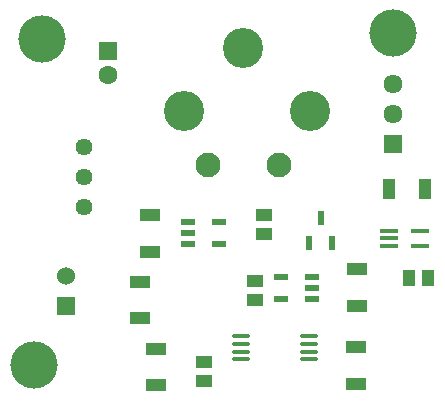
<source format=gbr>
%TF.GenerationSoftware,KiCad,Pcbnew,8.0.0*%
%TF.CreationDate,2024-04-17T17:35:18+02:00*%
%TF.ProjectId,Discharge Controller,44697363-6861-4726-9765-20436f6e7472,rev?*%
%TF.SameCoordinates,Original*%
%TF.FileFunction,Soldermask,Top*%
%TF.FilePolarity,Negative*%
%FSLAX46Y46*%
G04 Gerber Fmt 4.6, Leading zero omitted, Abs format (unit mm)*
G04 Created by KiCad (PCBNEW 8.0.0) date 2024-04-17 17:35:18*
%MOMM*%
%LPD*%
G01*
G04 APERTURE LIST*
G04 Aperture macros list*
%AMRoundRect*
0 Rectangle with rounded corners*
0 $1 Rounding radius*
0 $2 $3 $4 $5 $6 $7 $8 $9 X,Y pos of 4 corners*
0 Add a 4 corners polygon primitive as box body*
4,1,4,$2,$3,$4,$5,$6,$7,$8,$9,$2,$3,0*
0 Add four circle primitives for the rounded corners*
1,1,$1+$1,$2,$3*
1,1,$1+$1,$4,$5*
1,1,$1+$1,$6,$7*
1,1,$1+$1,$8,$9*
0 Add four rect primitives between the rounded corners*
20,1,$1+$1,$2,$3,$4,$5,0*
20,1,$1+$1,$4,$5,$6,$7,0*
20,1,$1+$1,$6,$7,$8,$9,0*
20,1,$1+$1,$8,$9,$2,$3,0*%
G04 Aperture macros list end*
%ADD10R,1.050000X1.800000*%
%ADD11C,2.100000*%
%ADD12C,3.400000*%
%ADD13R,1.470000X1.070000*%
%ADD14RoundRect,0.100000X0.637500X0.100000X-0.637500X0.100000X-0.637500X-0.100000X0.637500X-0.100000X0*%
%ADD15R,1.150000X0.600000*%
%ADD16R,1.800000X1.050000*%
%ADD17R,0.600000X1.300000*%
%ADD18R,1.070000X1.470000*%
%ADD19R,1.610000X1.610000*%
%ADD20C,1.610000*%
%ADD21R,1.530000X1.530000*%
%ADD22C,1.530000*%
%ADD23C,4.000000*%
%ADD24C,1.440000*%
%ADD25RoundRect,0.100000X-0.650000X-0.100000X0.650000X-0.100000X0.650000X0.100000X-0.650000X0.100000X0*%
%ADD26R,1.600000X1.600000*%
%ADD27C,1.600000*%
G04 APERTURE END LIST*
D10*
%TO.C,R1*%
X183048000Y-67099000D03*
X186148000Y-67099000D03*
%TD*%
D11*
%TO.C,K2*%
X173719500Y-65006500D03*
D12*
X176419500Y-60506500D03*
X170719500Y-55106500D03*
X165719500Y-60506500D03*
D11*
X167719500Y-65006500D03*
%TD*%
D13*
%TO.C,C5*%
X171704000Y-74872000D03*
X171704000Y-76512000D03*
%TD*%
D14*
%TO.C,U3*%
X176260600Y-81502800D03*
X176260600Y-80852800D03*
X176260600Y-80202800D03*
X176260600Y-79552800D03*
X170535600Y-79552800D03*
X170535600Y-80202800D03*
X170535600Y-80852800D03*
X170535600Y-81502800D03*
%TD*%
D15*
%TO.C,NAND1*%
X176560000Y-76388000D03*
X176560000Y-75438000D03*
X176560000Y-74488000D03*
X173960000Y-74488000D03*
X173960000Y-76388000D03*
%TD*%
D16*
%TO.C,R6*%
X161975800Y-78029400D03*
X161975800Y-74929400D03*
%TD*%
%TO.C,R2*%
X180340000Y-76962000D03*
X180340000Y-73862000D03*
%TD*%
D17*
%TO.C,Q1*%
X176342000Y-71662000D03*
X178242000Y-71662000D03*
X177292000Y-69562000D03*
%TD*%
D18*
%TO.C,C2*%
X186368000Y-74625200D03*
X184728000Y-74625200D03*
%TD*%
D19*
%TO.C,J1*%
X183388000Y-63246000D03*
D20*
X183388000Y-60706000D03*
X183388000Y-58166000D03*
%TD*%
D21*
%TO.C,J3*%
X155702000Y-76962000D03*
D22*
X155702000Y-74422000D03*
%TD*%
D13*
%TO.C,C3*%
X167386000Y-83370000D03*
X167386000Y-81730000D03*
%TD*%
D23*
%TO.C,*%
X153035000Y-81940400D03*
%TD*%
D13*
%TO.C,C4*%
X172466000Y-70924000D03*
X172466000Y-69284000D03*
%TD*%
D23*
%TO.C,*%
X153670000Y-54356000D03*
%TD*%
%TO.C,*%
X183388000Y-53848000D03*
%TD*%
D15*
%TO.C,G1*%
X166086000Y-69850000D03*
X166086000Y-70800000D03*
X166086000Y-71750000D03*
X168686000Y-71750000D03*
X168686000Y-69850000D03*
%TD*%
D16*
%TO.C,R5*%
X180314000Y-83592000D03*
X180314000Y-80492000D03*
%TD*%
%TO.C,R7*%
X163322000Y-83693600D03*
X163322000Y-80593600D03*
%TD*%
D24*
%TO.C,U1*%
X157226000Y-68580000D03*
X157226000Y-66040000D03*
X157226000Y-63500000D03*
%TD*%
D16*
%TO.C,R3*%
X162814000Y-69316000D03*
X162814000Y-72416000D03*
%TD*%
D25*
%TO.C,U2*%
X183074000Y-70597000D03*
X183074000Y-71247000D03*
X183074000Y-71897000D03*
X185734000Y-71897000D03*
X185734000Y-70597000D03*
%TD*%
D26*
%TO.C,C1*%
X159258000Y-55432888D03*
D27*
X159258000Y-57432888D03*
%TD*%
M02*

</source>
